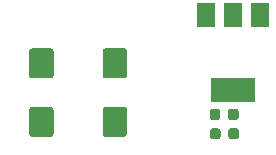
<source format=gbr>
%TF.GenerationSoftware,KiCad,Pcbnew,(5.1.10)-1*%
%TF.CreationDate,2022-01-18T16:23:03+07:00*%
%TF.ProjectId,DC5V_DC5V3V3,44433556-5f44-4433-9556-3356332e6b69,rev?*%
%TF.SameCoordinates,Original*%
%TF.FileFunction,Paste,Top*%
%TF.FilePolarity,Positive*%
%FSLAX46Y46*%
G04 Gerber Fmt 4.6, Leading zero omitted, Abs format (unit mm)*
G04 Created by KiCad (PCBNEW (5.1.10)-1) date 2022-01-18 16:23:03*
%MOMM*%
%LPD*%
G01*
G04 APERTURE LIST*
%ADD10R,1.500000X2.000000*%
%ADD11R,3.800000X2.000000*%
G04 APERTURE END LIST*
D10*
%TO.C,U1*%
X109271000Y-86157000D03*
X104671000Y-86157000D03*
X106971000Y-86157000D03*
D11*
X106971000Y-92457000D03*
%TD*%
%TO.C,C16*%
G36*
G01*
X106561000Y-96440000D02*
X106561000Y-95940000D01*
G75*
G02*
X106786000Y-95715000I225000J0D01*
G01*
X107236000Y-95715000D01*
G75*
G02*
X107461000Y-95940000I0J-225000D01*
G01*
X107461000Y-96440000D01*
G75*
G02*
X107236000Y-96665000I-225000J0D01*
G01*
X106786000Y-96665000D01*
G75*
G02*
X106561000Y-96440000I0J225000D01*
G01*
G37*
G36*
G01*
X105011000Y-96440000D02*
X105011000Y-95940000D01*
G75*
G02*
X105236000Y-95715000I225000J0D01*
G01*
X105686000Y-95715000D01*
G75*
G02*
X105911000Y-95940000I0J-225000D01*
G01*
X105911000Y-96440000D01*
G75*
G02*
X105686000Y-96665000I-225000J0D01*
G01*
X105236000Y-96665000D01*
G75*
G02*
X105011000Y-96440000I0J225000D01*
G01*
G37*
%TD*%
%TO.C,C15*%
G36*
G01*
X106535000Y-94789000D02*
X106535000Y-94289000D01*
G75*
G02*
X106760000Y-94064000I225000J0D01*
G01*
X107210000Y-94064000D01*
G75*
G02*
X107435000Y-94289000I0J-225000D01*
G01*
X107435000Y-94789000D01*
G75*
G02*
X107210000Y-95014000I-225000J0D01*
G01*
X106760000Y-95014000D01*
G75*
G02*
X106535000Y-94789000I0J225000D01*
G01*
G37*
G36*
G01*
X104985000Y-94789000D02*
X104985000Y-94289000D01*
G75*
G02*
X105210000Y-94064000I225000J0D01*
G01*
X105660000Y-94064000D01*
G75*
G02*
X105885000Y-94289000I0J-225000D01*
G01*
X105885000Y-94789000D01*
G75*
G02*
X105660000Y-95014000I-225000J0D01*
G01*
X105210000Y-95014000D01*
G75*
G02*
X104985000Y-94789000I0J225000D01*
G01*
G37*
%TD*%
%TO.C,C8*%
G36*
G01*
X95914500Y-96199000D02*
X95914500Y-94149000D01*
G75*
G02*
X96164500Y-93899000I250000J0D01*
G01*
X97739500Y-93899000D01*
G75*
G02*
X97989500Y-94149000I0J-250000D01*
G01*
X97989500Y-96199000D01*
G75*
G02*
X97739500Y-96449000I-250000J0D01*
G01*
X96164500Y-96449000D01*
G75*
G02*
X95914500Y-96199000I0J250000D01*
G01*
G37*
G36*
G01*
X89689500Y-96199000D02*
X89689500Y-94149000D01*
G75*
G02*
X89939500Y-93899000I250000J0D01*
G01*
X91514500Y-93899000D01*
G75*
G02*
X91764500Y-94149000I0J-250000D01*
G01*
X91764500Y-96199000D01*
G75*
G02*
X91514500Y-96449000I-250000J0D01*
G01*
X89939500Y-96449000D01*
G75*
G02*
X89689500Y-96199000I0J250000D01*
G01*
G37*
%TD*%
%TO.C,C7*%
G36*
G01*
X95916500Y-91246000D02*
X95916500Y-89196000D01*
G75*
G02*
X96166500Y-88946000I250000J0D01*
G01*
X97741500Y-88946000D01*
G75*
G02*
X97991500Y-89196000I0J-250000D01*
G01*
X97991500Y-91246000D01*
G75*
G02*
X97741500Y-91496000I-250000J0D01*
G01*
X96166500Y-91496000D01*
G75*
G02*
X95916500Y-91246000I0J250000D01*
G01*
G37*
G36*
G01*
X89691500Y-91246000D02*
X89691500Y-89196000D01*
G75*
G02*
X89941500Y-88946000I250000J0D01*
G01*
X91516500Y-88946000D01*
G75*
G02*
X91766500Y-89196000I0J-250000D01*
G01*
X91766500Y-91246000D01*
G75*
G02*
X91516500Y-91496000I-250000J0D01*
G01*
X89941500Y-91496000D01*
G75*
G02*
X89691500Y-91246000I0J250000D01*
G01*
G37*
%TD*%
M02*

</source>
